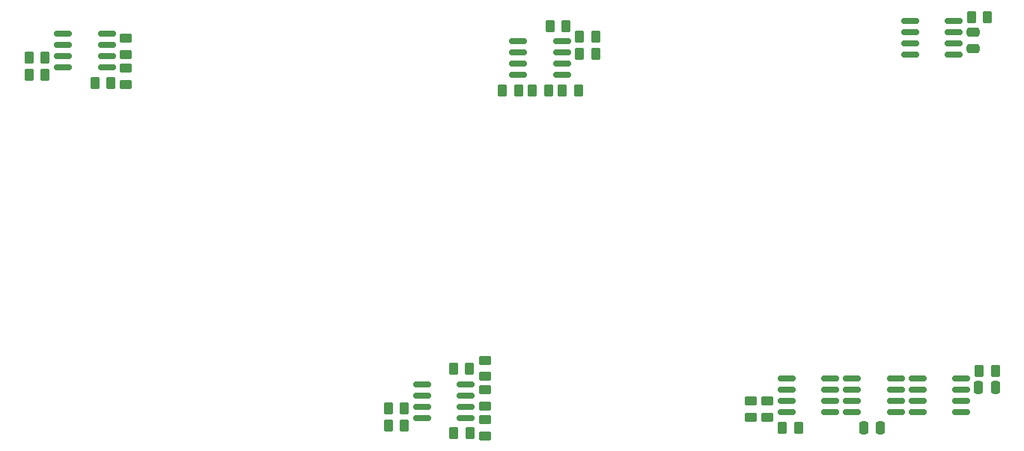
<source format=gbr>
%TF.GenerationSoftware,KiCad,Pcbnew,8.0.7*%
%TF.CreationDate,2024-12-10T19:07:15+08:00*%
%TF.ProjectId,RangkaianOpAmp,52616e67-6b61-4696-916e-4f70416d702e,rev?*%
%TF.SameCoordinates,Original*%
%TF.FileFunction,Paste,Bot*%
%TF.FilePolarity,Positive*%
%FSLAX46Y46*%
G04 Gerber Fmt 4.6, Leading zero omitted, Abs format (unit mm)*
G04 Created by KiCad (PCBNEW 8.0.7) date 2024-12-10 19:07:15*
%MOMM*%
%LPD*%
G01*
G04 APERTURE LIST*
G04 Aperture macros list*
%AMRoundRect*
0 Rectangle with rounded corners*
0 $1 Rounding radius*
0 $2 $3 $4 $5 $6 $7 $8 $9 X,Y pos of 4 corners*
0 Add a 4 corners polygon primitive as box body*
4,1,4,$2,$3,$4,$5,$6,$7,$8,$9,$2,$3,0*
0 Add four circle primitives for the rounded corners*
1,1,$1+$1,$2,$3*
1,1,$1+$1,$4,$5*
1,1,$1+$1,$6,$7*
1,1,$1+$1,$8,$9*
0 Add four rect primitives between the rounded corners*
20,1,$1+$1,$2,$3,$4,$5,0*
20,1,$1+$1,$4,$5,$6,$7,0*
20,1,$1+$1,$6,$7,$8,$9,0*
20,1,$1+$1,$8,$9,$2,$3,0*%
G04 Aperture macros list end*
%ADD10RoundRect,0.250000X0.262500X0.450000X-0.262500X0.450000X-0.262500X-0.450000X0.262500X-0.450000X0*%
%ADD11RoundRect,0.250000X0.450000X-0.262500X0.450000X0.262500X-0.450000X0.262500X-0.450000X-0.262500X0*%
%ADD12RoundRect,0.250000X-0.262500X-0.450000X0.262500X-0.450000X0.262500X0.450000X-0.262500X0.450000X0*%
%ADD13RoundRect,0.150000X0.825000X0.150000X-0.825000X0.150000X-0.825000X-0.150000X0.825000X-0.150000X0*%
%ADD14RoundRect,0.250000X-0.475000X0.250000X-0.475000X-0.250000X0.475000X-0.250000X0.475000X0.250000X0*%
%ADD15RoundRect,0.250000X-0.450000X0.262500X-0.450000X-0.262500X0.450000X-0.262500X0.450000X0.262500X0*%
%ADD16RoundRect,0.250000X-0.250000X-0.475000X0.250000X-0.475000X0.250000X0.475000X-0.250000X0.475000X0*%
%ADD17RoundRect,0.250000X0.250000X0.475000X-0.250000X0.475000X-0.250000X-0.475000X0.250000X-0.475000X0*%
G04 APERTURE END LIST*
D10*
%TO.C,R21*%
X199682100Y-113586000D03*
X197857100Y-113586000D03*
%TD*%
D11*
%TO.C,R8*%
X123604775Y-71327045D03*
X123604775Y-69502045D03*
%TD*%
%TO.C,R9*%
X123604775Y-74701445D03*
X123604775Y-72876445D03*
%TD*%
D10*
%TO.C,R20*%
X221905200Y-107111800D03*
X220080200Y-107111800D03*
%TD*%
D12*
%TO.C,R14*%
X112610375Y-71657245D03*
X114435375Y-71657245D03*
%TD*%
%TO.C,R7*%
X160666775Y-114201690D03*
X162491775Y-114201690D03*
%TD*%
D11*
%TO.C,R23*%
X196126100Y-112388400D03*
X196126100Y-110563400D03*
%TD*%
D13*
%TO.C,U7*%
X198299300Y-108026200D03*
X198299300Y-109296200D03*
X198299300Y-110566200D03*
X198299300Y-111836200D03*
X203249300Y-111836200D03*
X203249300Y-110566200D03*
X203249300Y-109296200D03*
X203249300Y-108026200D03*
%TD*%
%TO.C,U1*%
X162016175Y-108653090D03*
X162016175Y-109923090D03*
X162016175Y-111193090D03*
X162016175Y-112463090D03*
X157066175Y-112463090D03*
X157066175Y-111193090D03*
X157066175Y-109923090D03*
X157066175Y-108653090D03*
%TD*%
D12*
%TO.C,R1*%
X153248075Y-113305890D03*
X155073075Y-113305890D03*
%TD*%
%TO.C,R18*%
X171528059Y-68096580D03*
X173353059Y-68096580D03*
%TD*%
D13*
%TO.C,U2*%
X121413875Y-68979045D03*
X121413875Y-70249045D03*
X121413875Y-71519045D03*
X121413875Y-72789045D03*
X116463875Y-72789045D03*
X116463875Y-71519045D03*
X116463875Y-70249045D03*
X116463875Y-68979045D03*
%TD*%
D14*
%TO.C,C1*%
X219426546Y-68780159D03*
X219426546Y-70680159D03*
%TD*%
D12*
%TO.C,R2*%
X153248075Y-111356890D03*
X155073075Y-111356890D03*
%TD*%
D10*
%TO.C,R13*%
X114439275Y-73587645D03*
X112614275Y-73587645D03*
%TD*%
D15*
%TO.C,R19*%
X194221100Y-110563400D03*
X194221100Y-112388400D03*
%TD*%
D12*
%TO.C,R10*%
X120052575Y-74527445D03*
X121877575Y-74527445D03*
%TD*%
D10*
%TO.C,R16*%
X176727459Y-69315780D03*
X174902459Y-69315780D03*
%TD*%
D13*
%TO.C,U3*%
X172907059Y-69837980D03*
X172907059Y-71107980D03*
X172907059Y-72377980D03*
X172907059Y-73647980D03*
X167957059Y-73647980D03*
X167957059Y-72377980D03*
X167957059Y-71107980D03*
X167957059Y-69837980D03*
%TD*%
%TO.C,U5*%
X218057500Y-108026200D03*
X218057500Y-109296200D03*
X218057500Y-110566200D03*
X218057500Y-111836200D03*
X213107500Y-111836200D03*
X213107500Y-110566200D03*
X213107500Y-109296200D03*
X213107500Y-108026200D03*
%TD*%
D10*
%TO.C,R22*%
X221048346Y-67078359D03*
X219223346Y-67078359D03*
%TD*%
D11*
%TO.C,R4*%
X164218975Y-107773590D03*
X164218975Y-105948590D03*
%TD*%
D13*
%TO.C,U4*%
X217227946Y-67549759D03*
X217227946Y-68819759D03*
X217227946Y-70089759D03*
X217227946Y-71359759D03*
X212277946Y-71359759D03*
X212277946Y-70089759D03*
X212277946Y-68819759D03*
X212277946Y-67549759D03*
%TD*%
D16*
%TO.C,C2*%
X220027500Y-109042200D03*
X221927500Y-109042200D03*
%TD*%
D12*
%TO.C,R17*%
X174902459Y-71220780D03*
X176727459Y-71220780D03*
%TD*%
D13*
%TO.C,U6*%
X205704900Y-108026200D03*
X205704900Y-109296200D03*
X205704900Y-110566200D03*
X205704900Y-111836200D03*
X210654900Y-111836200D03*
X210654900Y-110566200D03*
X210654900Y-109296200D03*
X210654900Y-108026200D03*
%TD*%
D10*
%TO.C,R15*%
X174746259Y-75411780D03*
X172921259Y-75411780D03*
%TD*%
D11*
%TO.C,R6*%
X164218975Y-114479190D03*
X164218975Y-112654190D03*
%TD*%
%TO.C,R5*%
X164244375Y-111128290D03*
X164244375Y-109303290D03*
%TD*%
D10*
%TO.C,R12*%
X171371859Y-75411780D03*
X169546859Y-75411780D03*
%TD*%
D17*
%TO.C,C3*%
X208948100Y-113614200D03*
X207048100Y-113614200D03*
%TD*%
D10*
%TO.C,R11*%
X167972059Y-75411780D03*
X166147059Y-75411780D03*
%TD*%
%TO.C,R3*%
X162466375Y-106911890D03*
X160641375Y-106911890D03*
%TD*%
M02*

</source>
